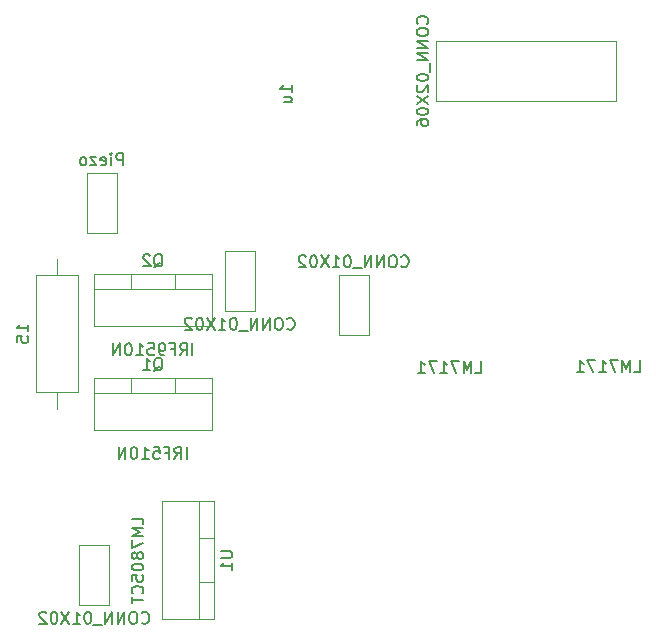
<source format=gbr>
G04 #@! TF.FileFunction,Other,Fab,Bot*
%FSLAX46Y46*%
G04 Gerber Fmt 4.6, Leading zero omitted, Abs format (unit mm)*
G04 Created by KiCad (PCBNEW 4.0.6) date Friday, June 16, 2017 'PMt' 04:10:38 PM*
%MOMM*%
%LPD*%
G01*
G04 APERTURE LIST*
%ADD10C,0.100000*%
%ADD11C,0.150000*%
G04 APERTURE END LIST*
D10*
X124079000Y-67691000D02*
X124079000Y-62611000D01*
X124079000Y-62611000D02*
X126619000Y-62611000D01*
X126619000Y-62611000D02*
X126619000Y-67691000D01*
X126619000Y-67691000D02*
X124079000Y-67691000D01*
X125984000Y-94107000D02*
X125984000Y-99187000D01*
X125984000Y-99187000D02*
X123444000Y-99187000D01*
X123444000Y-99187000D02*
X123444000Y-94107000D01*
X123444000Y-94107000D02*
X125984000Y-94107000D01*
X138303000Y-69215000D02*
X138303000Y-74295000D01*
X138303000Y-74295000D02*
X135763000Y-74295000D01*
X135763000Y-74295000D02*
X135763000Y-69215000D01*
X135763000Y-69215000D02*
X138303000Y-69215000D01*
X145415000Y-76327000D02*
X145415000Y-71247000D01*
X145415000Y-71247000D02*
X147955000Y-71247000D01*
X147955000Y-71247000D02*
X147955000Y-76327000D01*
X147955000Y-76327000D02*
X145415000Y-76327000D01*
X134667000Y-79923000D02*
X134667000Y-84323000D01*
X134667000Y-84323000D02*
X124667000Y-84323000D01*
X124667000Y-84323000D02*
X124667000Y-79923000D01*
X124667000Y-79923000D02*
X134667000Y-79923000D01*
X134667000Y-81193000D02*
X124667000Y-81193000D01*
X131517000Y-79923000D02*
X131517000Y-81193000D01*
X127817000Y-79923000D02*
X127817000Y-81193000D01*
X134667000Y-71160000D02*
X134667000Y-75560000D01*
X134667000Y-75560000D02*
X124667000Y-75560000D01*
X124667000Y-75560000D02*
X124667000Y-71160000D01*
X124667000Y-71160000D02*
X134667000Y-71160000D01*
X134667000Y-72430000D02*
X124667000Y-72430000D01*
X131517000Y-71160000D02*
X131517000Y-72430000D01*
X127817000Y-71160000D02*
X127817000Y-72430000D01*
X123339000Y-81150000D02*
X119739000Y-81150000D01*
X119739000Y-81150000D02*
X119739000Y-71250000D01*
X119739000Y-71250000D02*
X123339000Y-71250000D01*
X123339000Y-71250000D02*
X123339000Y-81150000D01*
X121539000Y-82550000D02*
X121539000Y-81150000D01*
X121539000Y-69850000D02*
X121539000Y-71250000D01*
X134834000Y-100377000D02*
X130434000Y-100377000D01*
X130434000Y-100377000D02*
X130434000Y-90377000D01*
X130434000Y-90377000D02*
X134834000Y-90377000D01*
X134834000Y-90377000D02*
X134834000Y-100377000D01*
X133564000Y-100377000D02*
X133564000Y-90377000D01*
X134834000Y-97227000D02*
X133564000Y-97227000D01*
X134834000Y-93527000D02*
X133564000Y-93527000D01*
X168910000Y-56515000D02*
X153670000Y-56515000D01*
X153670000Y-56515000D02*
X153670000Y-51435000D01*
X153670000Y-51435000D02*
X168910000Y-51435000D01*
X168910000Y-51435000D02*
X168910000Y-56515000D01*
D11*
X141432381Y-55733334D02*
X141432381Y-55161905D01*
X141432381Y-55447619D02*
X140432381Y-55447619D01*
X140575238Y-55352381D01*
X140670476Y-55257143D01*
X140718095Y-55161905D01*
X140765714Y-56590477D02*
X141432381Y-56590477D01*
X140765714Y-56161905D02*
X141289524Y-56161905D01*
X141384762Y-56209524D01*
X141432381Y-56304762D01*
X141432381Y-56447620D01*
X141384762Y-56542858D01*
X141337143Y-56590477D01*
X127134714Y-61943381D02*
X127134714Y-60943381D01*
X126753761Y-60943381D01*
X126658523Y-60991000D01*
X126610904Y-61038619D01*
X126563285Y-61133857D01*
X126563285Y-61276714D01*
X126610904Y-61371952D01*
X126658523Y-61419571D01*
X126753761Y-61467190D01*
X127134714Y-61467190D01*
X126134714Y-61943381D02*
X126134714Y-61276714D01*
X126134714Y-60943381D02*
X126182333Y-60991000D01*
X126134714Y-61038619D01*
X126087095Y-60991000D01*
X126134714Y-60943381D01*
X126134714Y-61038619D01*
X125277571Y-61895762D02*
X125372809Y-61943381D01*
X125563286Y-61943381D01*
X125658524Y-61895762D01*
X125706143Y-61800524D01*
X125706143Y-61419571D01*
X125658524Y-61324333D01*
X125563286Y-61276714D01*
X125372809Y-61276714D01*
X125277571Y-61324333D01*
X125229952Y-61419571D01*
X125229952Y-61514810D01*
X125706143Y-61610048D01*
X124896619Y-61276714D02*
X124372809Y-61276714D01*
X124896619Y-61943381D01*
X124372809Y-61943381D01*
X123849000Y-61943381D02*
X123944238Y-61895762D01*
X123991857Y-61848143D01*
X124039476Y-61752905D01*
X124039476Y-61467190D01*
X123991857Y-61371952D01*
X123944238Y-61324333D01*
X123849000Y-61276714D01*
X123706142Y-61276714D01*
X123610904Y-61324333D01*
X123563285Y-61371952D01*
X123515666Y-61467190D01*
X123515666Y-61752905D01*
X123563285Y-61848143D01*
X123610904Y-61895762D01*
X123706142Y-61943381D01*
X123849000Y-61943381D01*
X128737809Y-100664143D02*
X128785428Y-100711762D01*
X128928285Y-100759381D01*
X129023523Y-100759381D01*
X129166381Y-100711762D01*
X129261619Y-100616524D01*
X129309238Y-100521286D01*
X129356857Y-100330810D01*
X129356857Y-100187952D01*
X129309238Y-99997476D01*
X129261619Y-99902238D01*
X129166381Y-99807000D01*
X129023523Y-99759381D01*
X128928285Y-99759381D01*
X128785428Y-99807000D01*
X128737809Y-99854619D01*
X128118762Y-99759381D02*
X127928285Y-99759381D01*
X127833047Y-99807000D01*
X127737809Y-99902238D01*
X127690190Y-100092714D01*
X127690190Y-100426048D01*
X127737809Y-100616524D01*
X127833047Y-100711762D01*
X127928285Y-100759381D01*
X128118762Y-100759381D01*
X128214000Y-100711762D01*
X128309238Y-100616524D01*
X128356857Y-100426048D01*
X128356857Y-100092714D01*
X128309238Y-99902238D01*
X128214000Y-99807000D01*
X128118762Y-99759381D01*
X127261619Y-100759381D02*
X127261619Y-99759381D01*
X126690190Y-100759381D01*
X126690190Y-99759381D01*
X126214000Y-100759381D02*
X126214000Y-99759381D01*
X125642571Y-100759381D01*
X125642571Y-99759381D01*
X125404476Y-100854619D02*
X124642571Y-100854619D01*
X124214000Y-99759381D02*
X124118761Y-99759381D01*
X124023523Y-99807000D01*
X123975904Y-99854619D01*
X123928285Y-99949857D01*
X123880666Y-100140333D01*
X123880666Y-100378429D01*
X123928285Y-100568905D01*
X123975904Y-100664143D01*
X124023523Y-100711762D01*
X124118761Y-100759381D01*
X124214000Y-100759381D01*
X124309238Y-100711762D01*
X124356857Y-100664143D01*
X124404476Y-100568905D01*
X124452095Y-100378429D01*
X124452095Y-100140333D01*
X124404476Y-99949857D01*
X124356857Y-99854619D01*
X124309238Y-99807000D01*
X124214000Y-99759381D01*
X122928285Y-100759381D02*
X123499714Y-100759381D01*
X123214000Y-100759381D02*
X123214000Y-99759381D01*
X123309238Y-99902238D01*
X123404476Y-99997476D01*
X123499714Y-100045095D01*
X122594952Y-99759381D02*
X121928285Y-100759381D01*
X121928285Y-99759381D02*
X122594952Y-100759381D01*
X121356857Y-99759381D02*
X121261618Y-99759381D01*
X121166380Y-99807000D01*
X121118761Y-99854619D01*
X121071142Y-99949857D01*
X121023523Y-100140333D01*
X121023523Y-100378429D01*
X121071142Y-100568905D01*
X121118761Y-100664143D01*
X121166380Y-100711762D01*
X121261618Y-100759381D01*
X121356857Y-100759381D01*
X121452095Y-100711762D01*
X121499714Y-100664143D01*
X121547333Y-100568905D01*
X121594952Y-100378429D01*
X121594952Y-100140333D01*
X121547333Y-99949857D01*
X121499714Y-99854619D01*
X121452095Y-99807000D01*
X121356857Y-99759381D01*
X120642571Y-99854619D02*
X120594952Y-99807000D01*
X120499714Y-99759381D01*
X120261618Y-99759381D01*
X120166380Y-99807000D01*
X120118761Y-99854619D01*
X120071142Y-99949857D01*
X120071142Y-100045095D01*
X120118761Y-100187952D01*
X120690190Y-100759381D01*
X120071142Y-100759381D01*
X141056809Y-75772143D02*
X141104428Y-75819762D01*
X141247285Y-75867381D01*
X141342523Y-75867381D01*
X141485381Y-75819762D01*
X141580619Y-75724524D01*
X141628238Y-75629286D01*
X141675857Y-75438810D01*
X141675857Y-75295952D01*
X141628238Y-75105476D01*
X141580619Y-75010238D01*
X141485381Y-74915000D01*
X141342523Y-74867381D01*
X141247285Y-74867381D01*
X141104428Y-74915000D01*
X141056809Y-74962619D01*
X140437762Y-74867381D02*
X140247285Y-74867381D01*
X140152047Y-74915000D01*
X140056809Y-75010238D01*
X140009190Y-75200714D01*
X140009190Y-75534048D01*
X140056809Y-75724524D01*
X140152047Y-75819762D01*
X140247285Y-75867381D01*
X140437762Y-75867381D01*
X140533000Y-75819762D01*
X140628238Y-75724524D01*
X140675857Y-75534048D01*
X140675857Y-75200714D01*
X140628238Y-75010238D01*
X140533000Y-74915000D01*
X140437762Y-74867381D01*
X139580619Y-75867381D02*
X139580619Y-74867381D01*
X139009190Y-75867381D01*
X139009190Y-74867381D01*
X138533000Y-75867381D02*
X138533000Y-74867381D01*
X137961571Y-75867381D01*
X137961571Y-74867381D01*
X137723476Y-75962619D02*
X136961571Y-75962619D01*
X136533000Y-74867381D02*
X136437761Y-74867381D01*
X136342523Y-74915000D01*
X136294904Y-74962619D01*
X136247285Y-75057857D01*
X136199666Y-75248333D01*
X136199666Y-75486429D01*
X136247285Y-75676905D01*
X136294904Y-75772143D01*
X136342523Y-75819762D01*
X136437761Y-75867381D01*
X136533000Y-75867381D01*
X136628238Y-75819762D01*
X136675857Y-75772143D01*
X136723476Y-75676905D01*
X136771095Y-75486429D01*
X136771095Y-75248333D01*
X136723476Y-75057857D01*
X136675857Y-74962619D01*
X136628238Y-74915000D01*
X136533000Y-74867381D01*
X135247285Y-75867381D02*
X135818714Y-75867381D01*
X135533000Y-75867381D02*
X135533000Y-74867381D01*
X135628238Y-75010238D01*
X135723476Y-75105476D01*
X135818714Y-75153095D01*
X134913952Y-74867381D02*
X134247285Y-75867381D01*
X134247285Y-74867381D02*
X134913952Y-75867381D01*
X133675857Y-74867381D02*
X133580618Y-74867381D01*
X133485380Y-74915000D01*
X133437761Y-74962619D01*
X133390142Y-75057857D01*
X133342523Y-75248333D01*
X133342523Y-75486429D01*
X133390142Y-75676905D01*
X133437761Y-75772143D01*
X133485380Y-75819762D01*
X133580618Y-75867381D01*
X133675857Y-75867381D01*
X133771095Y-75819762D01*
X133818714Y-75772143D01*
X133866333Y-75676905D01*
X133913952Y-75486429D01*
X133913952Y-75248333D01*
X133866333Y-75057857D01*
X133818714Y-74962619D01*
X133771095Y-74915000D01*
X133675857Y-74867381D01*
X132961571Y-74962619D02*
X132913952Y-74915000D01*
X132818714Y-74867381D01*
X132580618Y-74867381D01*
X132485380Y-74915000D01*
X132437761Y-74962619D01*
X132390142Y-75057857D01*
X132390142Y-75153095D01*
X132437761Y-75295952D01*
X133009190Y-75867381D01*
X132390142Y-75867381D01*
X150708809Y-70484143D02*
X150756428Y-70531762D01*
X150899285Y-70579381D01*
X150994523Y-70579381D01*
X151137381Y-70531762D01*
X151232619Y-70436524D01*
X151280238Y-70341286D01*
X151327857Y-70150810D01*
X151327857Y-70007952D01*
X151280238Y-69817476D01*
X151232619Y-69722238D01*
X151137381Y-69627000D01*
X150994523Y-69579381D01*
X150899285Y-69579381D01*
X150756428Y-69627000D01*
X150708809Y-69674619D01*
X150089762Y-69579381D02*
X149899285Y-69579381D01*
X149804047Y-69627000D01*
X149708809Y-69722238D01*
X149661190Y-69912714D01*
X149661190Y-70246048D01*
X149708809Y-70436524D01*
X149804047Y-70531762D01*
X149899285Y-70579381D01*
X150089762Y-70579381D01*
X150185000Y-70531762D01*
X150280238Y-70436524D01*
X150327857Y-70246048D01*
X150327857Y-69912714D01*
X150280238Y-69722238D01*
X150185000Y-69627000D01*
X150089762Y-69579381D01*
X149232619Y-70579381D02*
X149232619Y-69579381D01*
X148661190Y-70579381D01*
X148661190Y-69579381D01*
X148185000Y-70579381D02*
X148185000Y-69579381D01*
X147613571Y-70579381D01*
X147613571Y-69579381D01*
X147375476Y-70674619D02*
X146613571Y-70674619D01*
X146185000Y-69579381D02*
X146089761Y-69579381D01*
X145994523Y-69627000D01*
X145946904Y-69674619D01*
X145899285Y-69769857D01*
X145851666Y-69960333D01*
X145851666Y-70198429D01*
X145899285Y-70388905D01*
X145946904Y-70484143D01*
X145994523Y-70531762D01*
X146089761Y-70579381D01*
X146185000Y-70579381D01*
X146280238Y-70531762D01*
X146327857Y-70484143D01*
X146375476Y-70388905D01*
X146423095Y-70198429D01*
X146423095Y-69960333D01*
X146375476Y-69769857D01*
X146327857Y-69674619D01*
X146280238Y-69627000D01*
X146185000Y-69579381D01*
X144899285Y-70579381D02*
X145470714Y-70579381D01*
X145185000Y-70579381D02*
X145185000Y-69579381D01*
X145280238Y-69722238D01*
X145375476Y-69817476D01*
X145470714Y-69865095D01*
X144565952Y-69579381D02*
X143899285Y-70579381D01*
X143899285Y-69579381D02*
X144565952Y-70579381D01*
X143327857Y-69579381D02*
X143232618Y-69579381D01*
X143137380Y-69627000D01*
X143089761Y-69674619D01*
X143042142Y-69769857D01*
X142994523Y-69960333D01*
X142994523Y-70198429D01*
X143042142Y-70388905D01*
X143089761Y-70484143D01*
X143137380Y-70531762D01*
X143232618Y-70579381D01*
X143327857Y-70579381D01*
X143423095Y-70531762D01*
X143470714Y-70484143D01*
X143518333Y-70388905D01*
X143565952Y-70198429D01*
X143565952Y-69960333D01*
X143518333Y-69769857D01*
X143470714Y-69674619D01*
X143423095Y-69627000D01*
X143327857Y-69579381D01*
X142613571Y-69674619D02*
X142565952Y-69627000D01*
X142470714Y-69579381D01*
X142232618Y-69579381D01*
X142137380Y-69627000D01*
X142089761Y-69674619D01*
X142042142Y-69769857D01*
X142042142Y-69865095D01*
X142089761Y-70007952D01*
X142661190Y-70579381D01*
X142042142Y-70579381D01*
X132547952Y-86795381D02*
X132547952Y-85795381D01*
X131500333Y-86795381D02*
X131833667Y-86319190D01*
X132071762Y-86795381D02*
X132071762Y-85795381D01*
X131690809Y-85795381D01*
X131595571Y-85843000D01*
X131547952Y-85890619D01*
X131500333Y-85985857D01*
X131500333Y-86128714D01*
X131547952Y-86223952D01*
X131595571Y-86271571D01*
X131690809Y-86319190D01*
X132071762Y-86319190D01*
X130738428Y-86271571D02*
X131071762Y-86271571D01*
X131071762Y-86795381D02*
X131071762Y-85795381D01*
X130595571Y-85795381D01*
X129738428Y-85795381D02*
X130214619Y-85795381D01*
X130262238Y-86271571D01*
X130214619Y-86223952D01*
X130119381Y-86176333D01*
X129881285Y-86176333D01*
X129786047Y-86223952D01*
X129738428Y-86271571D01*
X129690809Y-86366810D01*
X129690809Y-86604905D01*
X129738428Y-86700143D01*
X129786047Y-86747762D01*
X129881285Y-86795381D01*
X130119381Y-86795381D01*
X130214619Y-86747762D01*
X130262238Y-86700143D01*
X128738428Y-86795381D02*
X129309857Y-86795381D01*
X129024143Y-86795381D02*
X129024143Y-85795381D01*
X129119381Y-85938238D01*
X129214619Y-86033476D01*
X129309857Y-86081095D01*
X128119381Y-85795381D02*
X128024142Y-85795381D01*
X127928904Y-85843000D01*
X127881285Y-85890619D01*
X127833666Y-85985857D01*
X127786047Y-86176333D01*
X127786047Y-86414429D01*
X127833666Y-86604905D01*
X127881285Y-86700143D01*
X127928904Y-86747762D01*
X128024142Y-86795381D01*
X128119381Y-86795381D01*
X128214619Y-86747762D01*
X128262238Y-86700143D01*
X128309857Y-86604905D01*
X128357476Y-86414429D01*
X128357476Y-86176333D01*
X128309857Y-85985857D01*
X128262238Y-85890619D01*
X128214619Y-85843000D01*
X128119381Y-85795381D01*
X127357476Y-86795381D02*
X127357476Y-85795381D01*
X126786047Y-86795381D01*
X126786047Y-85795381D01*
X129762238Y-79350619D02*
X129857476Y-79303000D01*
X129952714Y-79207762D01*
X130095571Y-79064905D01*
X130190810Y-79017286D01*
X130286048Y-79017286D01*
X130238429Y-79255381D02*
X130333667Y-79207762D01*
X130428905Y-79112524D01*
X130476524Y-78922048D01*
X130476524Y-78588714D01*
X130428905Y-78398238D01*
X130333667Y-78303000D01*
X130238429Y-78255381D01*
X130047952Y-78255381D01*
X129952714Y-78303000D01*
X129857476Y-78398238D01*
X129809857Y-78588714D01*
X129809857Y-78922048D01*
X129857476Y-79112524D01*
X129952714Y-79207762D01*
X130047952Y-79255381D01*
X130238429Y-79255381D01*
X128857476Y-79255381D02*
X129428905Y-79255381D01*
X129143191Y-79255381D02*
X129143191Y-78255381D01*
X129238429Y-78398238D01*
X129333667Y-78493476D01*
X129428905Y-78541095D01*
X133024143Y-78032381D02*
X133024143Y-77032381D01*
X131976524Y-78032381D02*
X132309858Y-77556190D01*
X132547953Y-78032381D02*
X132547953Y-77032381D01*
X132167000Y-77032381D01*
X132071762Y-77080000D01*
X132024143Y-77127619D01*
X131976524Y-77222857D01*
X131976524Y-77365714D01*
X132024143Y-77460952D01*
X132071762Y-77508571D01*
X132167000Y-77556190D01*
X132547953Y-77556190D01*
X131214619Y-77508571D02*
X131547953Y-77508571D01*
X131547953Y-78032381D02*
X131547953Y-77032381D01*
X131071762Y-77032381D01*
X130643191Y-78032381D02*
X130452715Y-78032381D01*
X130357476Y-77984762D01*
X130309857Y-77937143D01*
X130214619Y-77794286D01*
X130167000Y-77603810D01*
X130167000Y-77222857D01*
X130214619Y-77127619D01*
X130262238Y-77080000D01*
X130357476Y-77032381D01*
X130547953Y-77032381D01*
X130643191Y-77080000D01*
X130690810Y-77127619D01*
X130738429Y-77222857D01*
X130738429Y-77460952D01*
X130690810Y-77556190D01*
X130643191Y-77603810D01*
X130547953Y-77651429D01*
X130357476Y-77651429D01*
X130262238Y-77603810D01*
X130214619Y-77556190D01*
X130167000Y-77460952D01*
X129262238Y-77032381D02*
X129738429Y-77032381D01*
X129786048Y-77508571D01*
X129738429Y-77460952D01*
X129643191Y-77413333D01*
X129405095Y-77413333D01*
X129309857Y-77460952D01*
X129262238Y-77508571D01*
X129214619Y-77603810D01*
X129214619Y-77841905D01*
X129262238Y-77937143D01*
X129309857Y-77984762D01*
X129405095Y-78032381D01*
X129643191Y-78032381D01*
X129738429Y-77984762D01*
X129786048Y-77937143D01*
X128262238Y-78032381D02*
X128833667Y-78032381D01*
X128547953Y-78032381D02*
X128547953Y-77032381D01*
X128643191Y-77175238D01*
X128738429Y-77270476D01*
X128833667Y-77318095D01*
X127643191Y-77032381D02*
X127547952Y-77032381D01*
X127452714Y-77080000D01*
X127405095Y-77127619D01*
X127357476Y-77222857D01*
X127309857Y-77413333D01*
X127309857Y-77651429D01*
X127357476Y-77841905D01*
X127405095Y-77937143D01*
X127452714Y-77984762D01*
X127547952Y-78032381D01*
X127643191Y-78032381D01*
X127738429Y-77984762D01*
X127786048Y-77937143D01*
X127833667Y-77841905D01*
X127881286Y-77651429D01*
X127881286Y-77413333D01*
X127833667Y-77222857D01*
X127786048Y-77127619D01*
X127738429Y-77080000D01*
X127643191Y-77032381D01*
X126881286Y-78032381D02*
X126881286Y-77032381D01*
X126309857Y-78032381D01*
X126309857Y-77032381D01*
X129762238Y-70587619D02*
X129857476Y-70540000D01*
X129952714Y-70444762D01*
X130095571Y-70301905D01*
X130190810Y-70254286D01*
X130286048Y-70254286D01*
X130238429Y-70492381D02*
X130333667Y-70444762D01*
X130428905Y-70349524D01*
X130476524Y-70159048D01*
X130476524Y-69825714D01*
X130428905Y-69635238D01*
X130333667Y-69540000D01*
X130238429Y-69492381D01*
X130047952Y-69492381D01*
X129952714Y-69540000D01*
X129857476Y-69635238D01*
X129809857Y-69825714D01*
X129809857Y-70159048D01*
X129857476Y-70349524D01*
X129952714Y-70444762D01*
X130047952Y-70492381D01*
X130238429Y-70492381D01*
X129428905Y-69587619D02*
X129381286Y-69540000D01*
X129286048Y-69492381D01*
X129047952Y-69492381D01*
X128952714Y-69540000D01*
X128905095Y-69587619D01*
X128857476Y-69682857D01*
X128857476Y-69778095D01*
X128905095Y-69920952D01*
X129476524Y-70492381D01*
X128857476Y-70492381D01*
X119131381Y-76009524D02*
X119131381Y-75438095D01*
X119131381Y-75723809D02*
X118131381Y-75723809D01*
X118274238Y-75628571D01*
X118369476Y-75533333D01*
X118417095Y-75438095D01*
X118131381Y-76914286D02*
X118131381Y-76438095D01*
X118607571Y-76390476D01*
X118559952Y-76438095D01*
X118512333Y-76533333D01*
X118512333Y-76771429D01*
X118559952Y-76866667D01*
X118607571Y-76914286D01*
X118702810Y-76961905D01*
X118940905Y-76961905D01*
X119036143Y-76914286D01*
X119083762Y-76866667D01*
X119131381Y-76771429D01*
X119131381Y-76533333D01*
X119083762Y-76438095D01*
X119036143Y-76390476D01*
X128866381Y-92329381D02*
X128866381Y-91853190D01*
X127866381Y-91853190D01*
X128866381Y-92662714D02*
X127866381Y-92662714D01*
X128580667Y-92996048D01*
X127866381Y-93329381D01*
X128866381Y-93329381D01*
X127866381Y-93710333D02*
X127866381Y-94377000D01*
X128866381Y-93948428D01*
X128294952Y-94900809D02*
X128247333Y-94805571D01*
X128199714Y-94757952D01*
X128104476Y-94710333D01*
X128056857Y-94710333D01*
X127961619Y-94757952D01*
X127914000Y-94805571D01*
X127866381Y-94900809D01*
X127866381Y-95091286D01*
X127914000Y-95186524D01*
X127961619Y-95234143D01*
X128056857Y-95281762D01*
X128104476Y-95281762D01*
X128199714Y-95234143D01*
X128247333Y-95186524D01*
X128294952Y-95091286D01*
X128294952Y-94900809D01*
X128342571Y-94805571D01*
X128390190Y-94757952D01*
X128485429Y-94710333D01*
X128675905Y-94710333D01*
X128771143Y-94757952D01*
X128818762Y-94805571D01*
X128866381Y-94900809D01*
X128866381Y-95091286D01*
X128818762Y-95186524D01*
X128771143Y-95234143D01*
X128675905Y-95281762D01*
X128485429Y-95281762D01*
X128390190Y-95234143D01*
X128342571Y-95186524D01*
X128294952Y-95091286D01*
X127866381Y-95900809D02*
X127866381Y-95996048D01*
X127914000Y-96091286D01*
X127961619Y-96138905D01*
X128056857Y-96186524D01*
X128247333Y-96234143D01*
X128485429Y-96234143D01*
X128675905Y-96186524D01*
X128771143Y-96138905D01*
X128818762Y-96091286D01*
X128866381Y-95996048D01*
X128866381Y-95900809D01*
X128818762Y-95805571D01*
X128771143Y-95757952D01*
X128675905Y-95710333D01*
X128485429Y-95662714D01*
X128247333Y-95662714D01*
X128056857Y-95710333D01*
X127961619Y-95757952D01*
X127914000Y-95805571D01*
X127866381Y-95900809D01*
X127866381Y-97138905D02*
X127866381Y-96662714D01*
X128342571Y-96615095D01*
X128294952Y-96662714D01*
X128247333Y-96757952D01*
X128247333Y-96996048D01*
X128294952Y-97091286D01*
X128342571Y-97138905D01*
X128437810Y-97186524D01*
X128675905Y-97186524D01*
X128771143Y-97138905D01*
X128818762Y-97091286D01*
X128866381Y-96996048D01*
X128866381Y-96757952D01*
X128818762Y-96662714D01*
X128771143Y-96615095D01*
X128771143Y-98186524D02*
X128818762Y-98138905D01*
X128866381Y-97996048D01*
X128866381Y-97900810D01*
X128818762Y-97757952D01*
X128723524Y-97662714D01*
X128628286Y-97615095D01*
X128437810Y-97567476D01*
X128294952Y-97567476D01*
X128104476Y-97615095D01*
X128009238Y-97662714D01*
X127914000Y-97757952D01*
X127866381Y-97900810D01*
X127866381Y-97996048D01*
X127914000Y-98138905D01*
X127961619Y-98186524D01*
X127866381Y-98472238D02*
X127866381Y-99043667D01*
X128866381Y-98757952D02*
X127866381Y-98757952D01*
X135406381Y-94615095D02*
X136215905Y-94615095D01*
X136311143Y-94662714D01*
X136358762Y-94710333D01*
X136406381Y-94805571D01*
X136406381Y-94996048D01*
X136358762Y-95091286D01*
X136311143Y-95138905D01*
X136215905Y-95186524D01*
X135406381Y-95186524D01*
X136406381Y-96186524D02*
X136406381Y-95615095D01*
X136406381Y-95900809D02*
X135406381Y-95900809D01*
X135549238Y-95805571D01*
X135644476Y-95710333D01*
X135692095Y-95615095D01*
X170426704Y-79453721D02*
X170902895Y-79453721D01*
X170902895Y-78453721D01*
X170093371Y-79453721D02*
X170093371Y-78453721D01*
X169760037Y-79168007D01*
X169426704Y-78453721D01*
X169426704Y-79453721D01*
X169045752Y-78453721D02*
X168379085Y-78453721D01*
X168807657Y-79453721D01*
X167474323Y-79453721D02*
X168045752Y-79453721D01*
X167760038Y-79453721D02*
X167760038Y-78453721D01*
X167855276Y-78596578D01*
X167950514Y-78691816D01*
X168045752Y-78739435D01*
X167140990Y-78453721D02*
X166474323Y-78453721D01*
X166902895Y-79453721D01*
X165569561Y-79453721D02*
X166140990Y-79453721D01*
X165855276Y-79453721D02*
X165855276Y-78453721D01*
X165950514Y-78596578D01*
X166045752Y-78691816D01*
X166140990Y-78739435D01*
X156979666Y-79536381D02*
X157455857Y-79536381D01*
X157455857Y-78536381D01*
X156646333Y-79536381D02*
X156646333Y-78536381D01*
X156312999Y-79250667D01*
X155979666Y-78536381D01*
X155979666Y-79536381D01*
X155598714Y-78536381D02*
X154932047Y-78536381D01*
X155360619Y-79536381D01*
X154027285Y-79536381D02*
X154598714Y-79536381D01*
X154313000Y-79536381D02*
X154313000Y-78536381D01*
X154408238Y-78679238D01*
X154503476Y-78774476D01*
X154598714Y-78822095D01*
X153693952Y-78536381D02*
X153027285Y-78536381D01*
X153455857Y-79536381D01*
X152122523Y-79536381D02*
X152693952Y-79536381D01*
X152408238Y-79536381D02*
X152408238Y-78536381D01*
X152503476Y-78679238D01*
X152598714Y-78774476D01*
X152693952Y-78822095D01*
X152907143Y-49951191D02*
X152954762Y-49903572D01*
X153002381Y-49760715D01*
X153002381Y-49665477D01*
X152954762Y-49522619D01*
X152859524Y-49427381D01*
X152764286Y-49379762D01*
X152573810Y-49332143D01*
X152430952Y-49332143D01*
X152240476Y-49379762D01*
X152145238Y-49427381D01*
X152050000Y-49522619D01*
X152002381Y-49665477D01*
X152002381Y-49760715D01*
X152050000Y-49903572D01*
X152097619Y-49951191D01*
X152002381Y-50570238D02*
X152002381Y-50760715D01*
X152050000Y-50855953D01*
X152145238Y-50951191D01*
X152335714Y-50998810D01*
X152669048Y-50998810D01*
X152859524Y-50951191D01*
X152954762Y-50855953D01*
X153002381Y-50760715D01*
X153002381Y-50570238D01*
X152954762Y-50475000D01*
X152859524Y-50379762D01*
X152669048Y-50332143D01*
X152335714Y-50332143D01*
X152145238Y-50379762D01*
X152050000Y-50475000D01*
X152002381Y-50570238D01*
X153002381Y-51427381D02*
X152002381Y-51427381D01*
X153002381Y-51998810D01*
X152002381Y-51998810D01*
X153002381Y-52475000D02*
X152002381Y-52475000D01*
X153002381Y-53046429D01*
X152002381Y-53046429D01*
X153097619Y-53284524D02*
X153097619Y-54046429D01*
X152002381Y-54475000D02*
X152002381Y-54570239D01*
X152050000Y-54665477D01*
X152097619Y-54713096D01*
X152192857Y-54760715D01*
X152383333Y-54808334D01*
X152621429Y-54808334D01*
X152811905Y-54760715D01*
X152907143Y-54713096D01*
X152954762Y-54665477D01*
X153002381Y-54570239D01*
X153002381Y-54475000D01*
X152954762Y-54379762D01*
X152907143Y-54332143D01*
X152811905Y-54284524D01*
X152621429Y-54236905D01*
X152383333Y-54236905D01*
X152192857Y-54284524D01*
X152097619Y-54332143D01*
X152050000Y-54379762D01*
X152002381Y-54475000D01*
X152097619Y-55189286D02*
X152050000Y-55236905D01*
X152002381Y-55332143D01*
X152002381Y-55570239D01*
X152050000Y-55665477D01*
X152097619Y-55713096D01*
X152192857Y-55760715D01*
X152288095Y-55760715D01*
X152430952Y-55713096D01*
X153002381Y-55141667D01*
X153002381Y-55760715D01*
X152002381Y-56094048D02*
X153002381Y-56760715D01*
X152002381Y-56760715D02*
X153002381Y-56094048D01*
X152002381Y-57332143D02*
X152002381Y-57427382D01*
X152050000Y-57522620D01*
X152097619Y-57570239D01*
X152192857Y-57617858D01*
X152383333Y-57665477D01*
X152621429Y-57665477D01*
X152811905Y-57617858D01*
X152907143Y-57570239D01*
X152954762Y-57522620D01*
X153002381Y-57427382D01*
X153002381Y-57332143D01*
X152954762Y-57236905D01*
X152907143Y-57189286D01*
X152811905Y-57141667D01*
X152621429Y-57094048D01*
X152383333Y-57094048D01*
X152192857Y-57141667D01*
X152097619Y-57189286D01*
X152050000Y-57236905D01*
X152002381Y-57332143D01*
X152002381Y-58522620D02*
X152002381Y-58332143D01*
X152050000Y-58236905D01*
X152097619Y-58189286D01*
X152240476Y-58094048D01*
X152430952Y-58046429D01*
X152811905Y-58046429D01*
X152907143Y-58094048D01*
X152954762Y-58141667D01*
X153002381Y-58236905D01*
X153002381Y-58427382D01*
X152954762Y-58522620D01*
X152907143Y-58570239D01*
X152811905Y-58617858D01*
X152573810Y-58617858D01*
X152478571Y-58570239D01*
X152430952Y-58522620D01*
X152383333Y-58427382D01*
X152383333Y-58236905D01*
X152430952Y-58141667D01*
X152478571Y-58094048D01*
X152573810Y-58046429D01*
M02*

</source>
